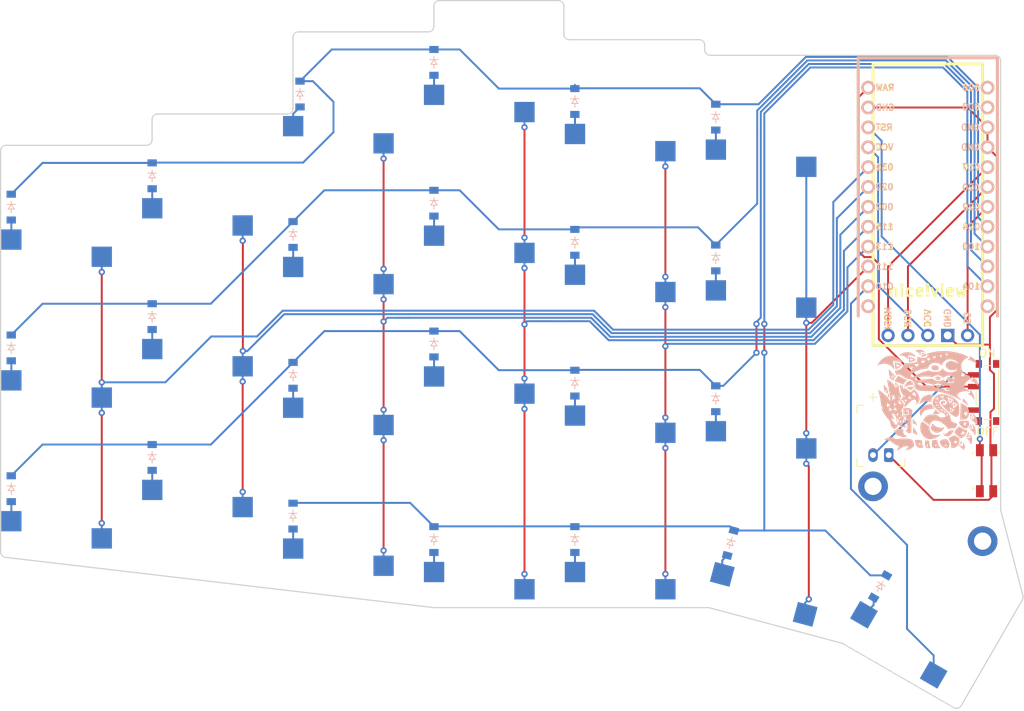
<source format=kicad_pcb>
(kicad_pcb (version 20240108) (generator "pcbnew") (generator_version "8.0")
  (title_block (title "left") (rev "v1.0.0") (company "Unknown"))
  (layers (0 "F.Cu" signal) (31 "B.Cu" signal) (34 "B.Paste" user) (35 "F.Paste" user) (36 "B.SilkS" user "B.Silkscreen") (37 "F.SilkS" user "F.Silkscreen") (38 "B.Mask" user) (39 "F.Mask" user) (44 "Edge.Cuts" user))
  (net 0 "")
  (net 1 "P031")
  (net 2 "outer_bottom")
  (net 3 "outer_home")
  (net 4 "outer_top")
  (net 5 "P029")
  (net 6 "pinky_bottom")
  (net 7 "pinky_home")
  (net 8 "pinky_top")
  (net 9 "P002")
  (net 10 "ring_bonus")
  (net 11 "ring_bottom")
  (net 12 "ring_home")
  (net 13 "ring_top")
  (net 14 "P115")
  (net 15 "middle_bottom")
  (net 16 "middle_home")
  (net 17 "middle_top")
  (net 18 "P113")
  (net 19 "index_bottom")
  (net 20 "index_home")
  (net 21 "index_top")
  (net 22 "P111")
  (net 23 "inner_bottom")
  (net 24 "inner_home")
  (net 25 "inner_top")
  (net 26 "inner_thumb")
  (net 27 "close_thumb")
  (net 28 "home_thumb")
  (net 29 "P010")
  (net 30 "outer_thumb")
  (net 31 "P011")
  (net 32 "P100")
  (net 33 "P024")
  (net 34 "P104")
  (net 35 "RAW")
  (net 36 "GND")
  (net 37 "RST")
  (net 38 "VCC")
  (net 39 "P009")
  (net 40 "P006")
  (net 41 "P008")
  (net 42 "P017")
  (net 43 "P020")
  (net 44 "P022")
  (net 45 "P106")
  (net 46 "BAT_P")
  (footprint "ceoloide:mounting_hole_plated" (layer "F.Cu") (at 285.8 178.3)
    (property "Reference" "H2" (hide yes))
    (property "Value" "")
  )
  (footprint "PG1350" (layer "F.Cu") (at 260 160.5 180)
    (property "Reference" "S17" (hide yes))
    (property "Value" "" (hide yes))
  )
  (footprint "ceoloide:mounting_hole_plated" (layer "F.Cu") (at 271.8 171.3)
    (property "Reference" "H1" (hide yes))
    (property "Value" "")
  )
  (footprint "PG1350" (layer "F.Cu") (at 188 150 180)
    (property "Reference" "S5" (hide yes))
    (property "Value" "" (hide yes))
  )
  (footprint "ceoloide:reset_switch_smd_side" (layer "F.Cu") (at 286.3 169.3 -90)
    (property "Reference" "RST1" (hide yes))
    (property "Value" "")
  )
  (footprint "PG1350" (layer "F.Cu") (at 188 132 180)
    (property "Reference" "S6" (hide yes))
    (property "Value" "" (hide yes))
  )
  (footprint "PG1350" (layer "F.Cu") (at 170 154 180)
    (property "Reference" "S2" (hide yes))
    (property "Value" "" (hide yes))
  )
  (footprint "PG1350" (layer "F.Cu") (at 242 122.5 180)
    (property "Reference" "S16" (hide yes))
    (property "Value" "" (hide yes))
  )
  (footprint "lib:niceView_headers" (layer "F.Cu") (at 278.8 153.3 90)
    (property "Reference" "niceView1" (hide yes))
    (property "Value" "niceView" (hide yes))
  )
  (footprint "PG1350" (layer "F.Cu") (at 206 175.5 180)
    (property "Reference" "S7" (hide yes))
    (property "Value" "" (hide yes))
  )
  (footprint "PG1350" (layer "F.Cu") (at 224 117.5 180)
    (property "Reference" "S13" (hide yes))
    (property "Value" "" (hide yes))
  )
  (footprint "PG1350" (layer "F.Cu") (at 242 140.5 180)
    (property "Reference" "S15" (hide yes))
    (property "Value" "" (hide yes))
  )
  (footprint "ceoloide:mounting_hole_npth" (layer "F.Cu") (at 251 133.5)
    (property "Reference" "MH1" (hide yes))
    (property "Value" "")
  )
  (footprint "PG1350" (layer "F.Cu") (at 224 135.5 180)
    (property "Reference" "S12" (hide yes))
    (property "Value" "" (hide yes))
  )
  (footprint "nice_nano" (layer "F.Cu") (at 278.8 134.3 -90)
    (property "Reference" "MCU1" (hide yes))
    (property "Value" "")
  )
  (footprint "PG1350" (layer "F.Cu") (at 242 178.5 180)
    (property "Reference" "S21" (hide yes))
    (property "Value" "" (hide yes))
  )
  (footprint "PG1350" (layer "F.Cu") (at 206 139.5 180)
    (property "Reference" "S9" (hide yes))
    (property "Value" "" (hide yes))
  )
  (footprint "PG1350" (layer "F.Cu") (at 206 121.5 180)
    (property "Reference" "S10" (hide yes))
    (property "Value" "" (hide yes))
  )
  (footprint "ceoloide:battery_connector_jst_ph_2" (layer "F.Cu") (at 272.8 167.3 180)
    (property "Reference" "JST1" (hide yes))
    (property "Value" "")
  )
  (footprint "PG1350" (layer "F.Cu") (at 260 124.5 180)
    (property "Reference" "S19" (hide yes))
    (property "Value" "" (hide yes))
  )
  (footprint "PG1350" (layer "F.Cu") (at 261.505066 181.067891 165)
    (property "Reference" "S22" (hide yes))
    (property "Value" "" (hide yes))
  )
  (footprint "ceoloide:power_switch_smd_side" (layer "F.Cu") (at 286.4 159.3)
    (property "Reference" "PWR1" (hide yes))
    (property "Value" "")
  )
  (footprint "PG1350" (layer "F.Cu") (at 170 172 180)
    (property "Reference" "S1" (hide yes))
    (property "Value" "" (hide yes))
  )
  (footprint "ceoloide:mounting_hole_npth" (layer "F.Cu") (at 272.630928 179.907463 -30)
    (property "Reference" "MH5" (hide yes))
    (property "Value" "")
  )
  (footprint "PG1350" (layer "F.Cu") (at 170 136 180)
    (property "Reference" "S3" (hide yes))
    (property "Value" "" (hide yes))
  )
  (footprint "ceoloide:mounting_hole_npth" (layer "F.Cu") (at 179 163)
    (property "Reference" "MH3" (hide yes))
    (property "Value" "")
  )
  (footprint "ceoloide:mounting_hole_npth" (layer "F.Cu") (at 251 169.5)
    (property "Reference" "MH4" (hide yes))
    (property "Value" "")
  )
  (footprint "PG1350" (layer "F.Cu") (at 279.680894 188.596565 150)
    (property "Reference" "S23" (hide yes))
    (property "Value" "" (hide yes))
  )
  (footprint "ceoloide:mounting_hole_npth" (layer "F.Cu") (at 179 145)
    (property "Reference" "MH2" (hide yes))
    (property "Value" "")
  )
  (footprint "PG1350" (layer "F.Cu") (at 242 158.5 180)
    (property "Reference" "S14" (hide yes))
    (property "Value" "" (hide yes))
  )
  (footprint "PG1350" (layer "F.Cu") (at 224 153.5 180)
    (property "Reference" "S11" (hide yes))
    (property "Value" "" (hide yes))
  )
  (footprint "PG1350" (layer "F.Cu") (at 260 142.5 180)
    (property "Reference" "S18" (hide yes))
    (property "Value" "" (hide yes))
  )
  (footprint "PG1350" (layer "F.Cu") (at 188 168 180)
    (property "Reference" "S4" (hide yes))
    (property "Value" "" (hide yes))
  )
  (footprint "PG1350" (layer "F.Cu") (at 224 178.5 180)
    (property "Reference" "S20" (hide yes))
    (property "Value" "" (hide yes))
  )
  (footprint "PG1350" (layer "F.Cu") (at 206 157.5 180)
    (property "Reference" "S8" (hide yes))
    (property "Value" "" (hide yes))
  )
  (footprint "ceoloide:diode_tht_sod123" (layer "B.Cu") (at 179.71 131.6 -90)
    (property "Reference" "D6" (hide yes))
    (property "Value" "")
  )
  (footprint "ceoloide:diode_tht_sod123" (layer "B.Cu") (at 197.71 139.1 -90)
    (property "Reference" "D9" (hide yes))
    (property "Value" "")
  )
  (footprint "ceoloide:diode_tht_sod123" (layer "B.Cu") (at 251.71 142.1 -90)
    (property "Reference" "D17" (hide yes))
    (property "Value" "")
  )
  (footprint "ceoloide:diode_tht_sod123" (layer "B.Cu") (at 272.701543 184.105155 -120)
    (property "Reference" "D22" (hide yes))
    (property "Value" "")
  )
  (footprint "ceoloide:diode_tht_sod123" (layer "B.Cu") (at 215.71 117.1 -90)
    (property "Reference" "D12" (hide yes))
    (property "Value" "")
  )
  (footprint "ceoloide:diode_tht_sod123" (layer "B.Cu") (at 233.71 178.1 -90)
    (property "Reference" "D20" (hide yes))
    (property "Value" "")
  )
  (footprint "ceoloide:diode_tht_sod123" (layer "B.Cu") (at 197.71 157.1 -90)
    (property "Reference" "D8" (hide yes))
    (property "Value" "")
  )
  (footprint "ceoloide:diode_tht_sod123" (layer "B.Cu") (at 215.71 178.1 -90)
    (property "Reference" "D19" (hide yes))
    (property "Value" "")
  )
  (footprint "ceoloide:diode_tht_sod123" (layer "B.Cu") (at 161.71 171.6 -90)
    (property "Reference" "D1" (hide yes))
    (property "Value" "")
  )
  (footprint "ceoloide:diode_tht_sod123" (layer "B.Cu") (at 197.71 175.1 -90)
    (property "Reference" "D7" (hide yes))
    (property "Value" "")
  )
  (footprint "ceoloide:diode_tht_sod123" (layer "B.Cu") (at 251.71 160.1 -90)
    (property "Reference" "D16" (hide yes))
    (property "Value" "")
  )
  (footprint "ceoloide:diode_tht_sod123" (layer "B.Cu") (at 161.71 135.6 -90)
    (property "Reference" "D3" (hide yes))
    (property "Value" "")
  )
  (footprint "ceoloide:diode_tht_sod123" (layer "B.Cu") (at 233.71 158.1 -90)
    (property "Reference" "D13" (hide yes))
    (property "Value" "")
  )
  (footprint "ceoloide:diode_tht_sod123" (layer "B.Cu") (at 233.71 140.1 -90)
    (property "Reference" "D14" (hide yes))
    (property "Value" "")
  )
  (footprint "ceoloide:diode_tht_sod123" (layer "B.Cu") (at 215.71 135.1 -90)
    (property "Reference" "D11" (hide yes))
    (property "Value" "")
  )
  (footprint "ceoloide:diode_tht_sod123" (layer "B.Cu") (at 253.601068 178.53591 -105)
    (property "Reference" "D21" (hide yes))
    (property "Value" "")
  )
  (footprint "ceoloide:diode_tht_sod123" (layer "B.Cu") (at 179.71 167.6 -90)
    (property "Reference" "D4" (hide yes))
    (property "Value" "")
  )
  (footprint "ceoloide:diode_tht_sod123" (layer "B.Cu") (at 215.71 153.1 -90)
    (property "Reference" "D10" (hide yes))
    (property "Value" "")
  )
  (footprint "ceoloide:diode_tht_sod123" (layer "B.Cu") (at 198.6 121.15 -90)
    (property "Reference" "D23" (hide yes))
    (property "Value" "")
  )
  (footprint "ceoloide:diode_tht_sod123" (layer "B.Cu") (at 233.71 122.1 -90)
    (property "Reference" "D15" (hide yes))
    (property "Value" "")
  )
  (footprint "ceoloide:diode_tht_sod123" (layer "B.Cu") (at 251.71 124.1 -90)
    (property "Reference" "D18" (hide yes))
    (property "Value" "")
  )
  (footprint "ceoloide:diode_tht_sod123" (layer "B.Cu") (at 161.71 153.6 -90)
    (property "Reference" "D2" (hide yes))
    (property "Value" "")
  )
  (footprint "custom:lio" (layer "B.Cu") (at 278.8 160.3)
    (property "Reference" "G" (hide yes))
    (property "Value" "Lio" (hide yes))
  )
  (footprint "ceoloide:diode_tht_sod123" (layer "B.Cu") (at 179.71 149.6 -90)
    (property "Reference" "D5" (hide yes))
    (property "Value" "")
  )
  (gr_line (start 160.35 179.677394) (end 160.35 128.4) (stroke (width 0.15)) (layer "Edge.Cuts"))
  (gr_line (start 179.7 127) (end 179.7 124.4) (stroke (width 0.15)) (layer "Edge.Cuts"))
  (gr_arc (start 179.7 124.4) (mid 179.905025 123.905025) (end 180.4 123.7) (stroke (width 0.15)) (layer "Edge.Cuts"))
  (gr_arc (start 215.7 109.9) (mid 215.905025 109.405025) (end 216.4 109.2) (stroke (width 0.15)) (layer "Edge.Cuts"))
  (gr_arc (start 251 116.2) (mid 250.505025 115.994975) (end 250.3 115.5) (stroke (width 0.15)) (layer "Edge.Cuts"))
  (gr_arc (start 215.7 112.5) (mid 215.494975 112.994975) (end 215 113.2) (stroke (width 0.15)) (layer "Edge.Cuts"))
  (gr_line (start 215.659319 186.795223) (end 160.968357 180.372616) (stroke (width 0.15)) (layer "Edge.Cuts"))
  (gr_line (start 180.4 123.7) (end 197 123.7) (stroke (width 0.15)) (layer "Edge.Cuts"))
  (gr_line (start 233 114.2) (end 249.6 114.2) (stroke (width 0.15)) (layer "Edge.Cuts"))
  (gr_line (start 232.3 109.9) (end 232.3 113.5) (stroke (width 0.15)) (layer "Edge.Cuts"))
  (gr_arc (start 267.792146 191.345306) (mid 267.878852 191.374733) (end 267.960976 191.415226) (stroke (width 0.15)) (layer "Edge.Cuts"))
  (gr_line (start 251 116.2) (end 287.4 116.2) (stroke (width 0.15)) (layer "Edge.Cuts"))
  (gr_arc (start 231.6 109.2) (mid 232.094975 109.405025) (end 232.3 109.9) (stroke (width 0.15)) (layer "Edge.Cuts"))
  (gr_line (start 198.4 113.2) (end 215 113.2) (stroke (width 0.15)) (layer "Edge.Cuts"))
  (gr_line (start 288.1 116.9) (end 288.1 174.210734) (stroke (width 0.15)) (layer "Edge.Cuts"))
  (gr_arc (start 160.35 128.4) (mid 160.555025 127.905025) (end 161.05 127.7) (stroke (width 0.15)) (layer "Edge.Cuts"))
  (gr_line (start 197.7 123) (end 197.7 113.9) (stroke (width 0.15)) (layer "Edge.Cuts"))
  (gr_line (start 250.3 114.9) (end 250.3 115.5) (stroke (width 0.15)) (layer "Edge.Cuts"))
  (gr_line (start 216.4 109.2) (end 231.6 109.2) (stroke (width 0.15)) (layer "Edge.Cuts"))
  (gr_arc (start 249.6 114.2) (mid 250.094975 114.405025) (end 250.3 114.9) (stroke (width 0.15)) (layer "Edge.Cuts"))
  (gr_arc (start 250.732864 186.8) (mid 250.824213 186.805986) (end 250.913999 186.823842) (stroke (width 0.15)) (layer "Edge.Cuts"))
  (gr_arc (start 290.946972 185.281104) (mid 290.963009 185.550965) (end 290.875592 185.806778) (stroke (width 0.15)) (layer "Edge.Cuts"))
  (gr_line (start 250.732863 186.8) (end 215.740962 186.8) (stroke (width 0.15)) (layer "Edge.Cuts"))
  (gr_line (start 288.122403 174.386409) (end 290.946972 185.281103) (stroke (width 0.15)) (layer "Edge.Cuts"))
  (gr_line (start 267.792146 191.345306) (end 250.913998 186.823842) (stroke (width 0.15)) (layer "Edge.Cuts"))
  (gr_arc (start 287.4 116.2) (mid 287.894975 116.405025) (end 288.1 116.9) (stroke (width 0.15)) (layer "Edge.Cuts"))
  (gr_arc (start 179.7 127) (mid 179.494975 127.494975) (end 179 127.7) (stroke (width 0.15)) (layer "Edge.Cuts"))
  (gr_arc (start 197.7 123) (mid 197.494975 123.494975) (end 197 123.7) (stroke (width 0.15)) (layer "Edge.Cuts"))
  (gr_line (start 290.875592 185.806778) (end 283.068884 199.328393) (stroke (width 0.15)) (layer "Edge.Cuts"))
  (gr_arc (start 160.968357 180.372617) (mid 160.526956 180.142609) (end 160.35 179.677394) (stroke (width 0.15)) (layer "Edge.Cuts"))
  (gr_line (start 215.7 112.5) (end 215.7 109.9) (stroke (width 0.15)) (layer "Edge.Cuts"))
  (gr_arc (start 197.7 113.9) (mid 197.905025 113.405025) (end 198.4 113.2) (stroke (width 0.15)) (layer "Edge.Cuts"))
  (gr_line (start 282.112702 199.584631) (end 267.960976 191.415227) (stroke (width 0.15)) (layer "Edge.Cuts"))
  (gr_arc (start 288.122402 174.386409) (mid 288.105623 174.299283) (end 288.1 174.210734) (stroke (width 0.15)) (layer "Edge.Cuts"))
  (gr_arc (start 283.068885 199.328392) (mid 282.64386 199.654536) (end 282.112702 199.584632) (stroke (width 0.15)) (layer "Edge.Cuts"))
  (gr_arc (start 215.740962 186.8) (mid 215.700071 186.798805) (end 215.659319 186.795223) (stroke (width 0.15)) (layer "Edge.Cuts"))
  (gr_line (start 161.05 127.7) (end 179 127.7) (stroke (width 0.15)) (layer "Edge.Cuts"))
  (gr_arc (start 233 114.2) (mid 232.505025 113.994975) (end 232.3 113.5) (stroke (width 0.15)) (layer "Edge.Cuts"))
  (segment (start 173.275 176) (end 173.275 161.9) (width 0.25) (layer "F.Cu") (net 1))
  (segment (start 173.275 143.9) (end 173.275 158) (width 0.25) (layer "F.Cu") (net 1))
  (via (at 173.275 143.9) (size 0.8) (drill 0.4) (layers "F.Cu" "B.Cu") (net 1))
  (via (at 173.275 176) (size 0.8) (drill 0.4) (layers "F.Cu" "B.Cu") (net 1))
  (via (at 173.275 161.9) (size 0.8) (drill 0.4) (layers "F.Cu" "B.Cu") (net 1))
  (via (at 173.275 158) (size 0.8) (drill 0.4) (layers "F.Cu" "B.Cu") (net 1))
  (segment (start 187.262475 152.139175) (end 181.40165 158) (width 0.25) (layer "B.Cu") (net 1))
  (segment (start 271.18 130.49) (end 266.7259 134.9441) (width 0.25) (layer "B.Cu") (net 1))
  (segment (start 173.275 177.95) (end 173.275 176) (width 0.25) (layer "B.Cu") (net 1))
  (segment (start 238.585 151.265) (end 236.16 148.84) (width 0.25) (layer "B.Cu") (net 1))
  (segment (start 173.275 141.95) (end 173.275 143.9) (width 0.25) (layer "B.Cu") (net 1))
  (segment (start 173.275 159.95) (end 173.275 158) (width 0.25) (layer "B.Cu") (net 1))
  (segment (start 266.7259 148.0941) (end 263.555 151.265) (width 0.25) (layer "B.Cu") (net 1))
  (segment (start 236.16 148.84) (end 196.393684 148.84) (width 0.25) (layer "B.Cu") (net 1))
  (segment (start 196.393684 148.84) (end 193.094509 152.139175) (width 0.25) (layer "B.Cu") (net 1))
  (segment (start 173.275 159.95) (end 173.275 161.9) (width 0.25) (layer "B.Cu") (net 1))
  (segment (start 193.094509 152.139175) (end 187.262475 152.139175) (width 0.25) (layer "B.Cu") (net 1))
  (segment (start 266.7259 134.9441) (end 266.7259 148.0941) (width 0.25) (layer "B.Cu") (net 1))
  (segment (start 181.40165 158) (end 173.275 158) (width 0.25) (layer "B.Cu") (net 1))
  (segment (start 263.555 151.265) (end 238.585 151.265) (width 0.25) (layer "B.Cu") (net 1))
  (segment (start 161.725 175.75) (end 161.725 173.265) (width 0.25) (layer "B.Cu") (net 2))
  (segment (start 161.725 173.265) (end 161.71 173.25) (width 0.25) (layer "B.Cu") (net 2))
  (segment (start 161.725 155.265) (end 161.71 155.25) (width 0.25) (layer "B.Cu") (net 3))
  (segment (start 161.725 157.75) (end 161.725 155.265) (width 0.25) (layer "B.Cu") (net 3))
  (segment (start 161.725 137.265) (end 161.71 137.25) (width 0.25) (layer "B.Cu") (net 4))
  (segment (start 161.725 139.75) (end 161.725 137.265) (width 0.25) (layer "B.Cu") (net 4))
  (segment (start 191.275 172) (end 191.275 157.9) (width 0.25) (layer "F.Cu") (net 5))
  (segment (start 191.3 139.925) (end 191.275 139.9) (width 0.25) (layer "F.Cu") (net 5))
  (segment (start 191.3 154) (end 191.3 139.925) (width 0.25) (layer "F.Cu") (net 5))
  (via (at 191.275 172) (size 0.8) (drill 0.4) (layers "F.Cu" "B.Cu") (net 5))
  (via (at 191.275 157.9) (size 0.8) (drill 0.4) (layers "F.Cu" "B.Cu") (net 5))
  (via (at 191.3 154) (size 0.8) (drill 0.4) (layers "F.Cu" "B.Cu") (net 5))
  (via (at 191.275 139.9) (size 0.8) (drill 0.4) (layers "F.Cu" "B.Cu") (net 5))
  (segment (start 238.398604 151.715) (end 235.973604 149.29) (width 0.25) (layer "B.Cu") (net 5))
  (segment (start 191.275 155.95) (end 191.275 157.9) (width 0.25) (layer "B.Cu") (net 5))
  (segment (start 271.18 133.03) (end 267.1759 137.0341) (width 0.25) (layer "B.Cu") (net 5))
  (segment (start 191.87008 154) (end 191.3 154) (width 0.25) (layer "B.Cu") (net 5))
  (segment (start 267.1759 148.280496) (end 263.741396 151.715) (width 0.25) (layer "B.Cu") (net 5))
  (segment (start 196.58008 149.29) (end 191.87008 154) (width 0.25) (layer "B.Cu") (net 5))
  (segment (start 191.275 154.025) (end 191.3 154) (width 0.25) (layer "B.Cu") (net 5))
  (segment (start 263.741396 151.715) (end 238.398604 151.715) (width 0.25) (layer "B.Cu") (net 5))
  (segment (start 235.973604 149.29) (end 196.58008 149.29) (width 0.25) (layer "B.Cu") (net 5))
  (segment (start 267.1759 137.0341) (end 267.1759 148.280496) (width 0.25) (layer "B.Cu") (net 5))
  (segment (start 191.275 155.95) (end 191.275 154.025) (width 0.25) (layer "B.Cu") (net 5))
  (segment (start 191.275 137.95) (end 191.275 139.9) (width 0.25) (layer "B.Cu") (net 5))
  (segment (start 191.275 173.95) (end 191.275 172) (width 0.25) (layer "B.Cu") (net 5))
  (segment (start 179.725 171.75) (end 179.725 169.265) (width 0.25) (layer "B.Cu") (net 6))
  (segment (start 179.725 169.265) (end 179.71 169.25) (width 0.25) (layer "B.Cu") (net 6))
  (segment (start 179.725 153.75) (end 179.725 151.265) (width 0.25) (layer "B.Cu") (net 7))
  (segment (start 179.725 151.265) (end 179.71 151.25) (width 0.25) (layer "B.Cu") (net 7))
  (segment (start 179.725 133.265) (end 179.71 133.25) (width 0.25) (layer "B.Cu") (net 8))
  (segment (start 179.725 135.75) (end 179.725 133.265) (width 0.25) (layer "B.Cu") (net 8))
  (segment (start 209.275 150.23) (end 209.275 161.5) (width 0.25) (layer "F.Cu") (net 9))
  (segment (start 209.275 165.4) (end 209.275 179.5) (width 0.25) (layer "F.Cu") (net 9))
  (segment (start 209.275 143.5) (end 209.275 129.4) (width 0.25) (layer "F.Cu") (net 9))
  (segment (start 209.275 147.4) (end 209.275 150.23) (width 0.25) (layer "F.Cu") (net 9))
  (via (at 209.275 143.5) (size 0.8) (drill 0.4) (layers "F.Cu" "B.Cu") (net 9))
  (via (at 209.275 179.5) (size 0.8) (drill 0.4) (layers "F.Cu" "B.Cu") (net 9))
  (via (at 209.275 165.4) (size 0.8) (drill 0.4) (layers "F.Cu" "B.Cu") (net 9))
  (via (at 209.275 147.4) (size 0.8) (drill 0.4) (layers "F.Cu" "B.Cu") (net 9))
  (via (at 209.275 161.5) (size 0.8) (drill 0.4) (layers "F.Cu" "B.Cu") (net 9))
  (via (at 209.275 150.23) (size 0.8) (drill 0.4) (layers "F.Cu" "B.Cu") (net 9))
  (via (at 209.275 129.4) (size 0.8) (drill 0.4) (layers "F.Cu" "B.Cu") (net 9))
  (segment (start 209.275 163.45) (end 209.275 161.5) (width 0.25) (layer "B.Cu") (net 9))
  (segment (start 267.6259 139.1241) (end 267.6259 148.466892) (width 0.25) (layer "B.Cu") (net 9))
  (segment (start 235.787208 149.74) (end 210.9 149.74) (width 0.25) (layer "B.Cu") (net 9))
  (segment (start 238.217208 152.17) (end 235.928604 149.881396) (width 0.25) (layer "B.Cu") (net 9))
  (segment (start 209.275 145.45) (end 209.275 147.4) (width 0.25) (layer "B.Cu") (net 9))
  (segment (start 209.275 145.45) (end 209.275 143.5) (width 0.25) (layer "B.Cu") (net 9))
  (segment (start 271.18 135.57) (end 267.6259 139.1241) (width 0.25) (layer "B.Cu") (net 9))
  (segment (start 267.6259 148.466892) (end 263.922792 152.17) (width 0.25) (layer "B.Cu") (net 9))
  (segment (start 263.922792 152.17) (end 257.38 152.17) (width 0.25) (layer "B.Cu") (net 9))
  (segment (start 209.275 163.45) (end 209.275 165.4) (width 0.25) (layer "B.Cu") (net 9))
  (segment (start 209.275 127.45) (end 209.275 129.4) (width 0.25) (layer "B.Cu") (net 9))
  (segment (start 235.928604 149.881396) (end 235.787208 149.74) (width 0.25) (layer "B.Cu") (net 9))
  (segment (start 209.275 150.23) (end 209.765 149.74) (width 0.25) (layer "B.Cu") (net 9))
  (segment (start 209.765 149.74) (end 212.57 149.74) (width 0.25) (layer "B.Cu") (net 9))
  (segment (start 257.38 152.17) (end 238.217208 152.17) (width 0.25) (layer "B.Cu") (net 9))
  (segment (start 209.275 181.45) (end 209.275 179.5) (width 0.25) (layer "B.Cu") (net 9))
  (segment (start 197.725 176.765) (end 197.71 176.75) (width 0.25) (layer "B.Cu") (net 10))
  (segment (start 197.725 179.25) (end 197.725 176.765) (width 0.25) (layer "B.Cu") (net 10))
  (segment (start 197.725 158.765) (end 197.71 158.75) (width 0.25) (layer "B.Cu") (net 11))
  (segment (start 197.725 161.25) (end 197.725 158.765) (width 0.25) (layer "B.Cu") (net 11))
  (segment (start 197.725 140.765) (end 197.71 140.75) (width 0.25) (layer "B.Cu") (net 12))
  (segment (start 197.725 143.25) (end 197.725 140.765) (width 0.25) (layer "B.Cu") (net 12))
  (segment (start 197.725 123.675) (end 198.6 122.8) (width 0.25) (layer "B.Cu") (net 13))
  (segment (start 197.725 125.25) (end 197.725 123.675) (width 0.25) (layer "B.Cu") (net 13))
  (segment (start 227.275 182.5) (end 227.275 161.4) (width 0.25) (layer "F.Cu") (net 14))
  (segment (start 227.275 150.6) (end 227.275 143.4) (width 0.25) (layer "F.Cu") (net 14))
  (segment (start 227.275 157.5) (end 227.275 150.6) (width 0.25) (layer "F.Cu") (net 14))
  (segment (start 227.275 139.5) (end 227.275 125.4) (width 0.25) (layer "F.Cu") (net 14))
  (via (at 227.275 161.4) (size 0.8) (drill 0.4) (layers "F.Cu" "B.Cu") (net 14))
  (via (at 227.275 150.6) (size 0.8) (drill 0.4) (layers "F.Cu" "B.Cu") (net 14))
  (via (at 227.275 182.5) (size 0.8) (drill 0.4) (layers "F.Cu" "B.Cu") (net 14))
  (via (at 227.275 157.5) (size 0.8) (drill 0.4) (layers "F.Cu" "B.Cu") (net 14))
  (via (at 227.275 143.4) (size 0.8) (drill 0.4) (layers "F.Cu" "B.Cu") (net 14))
  (via (at 227.275 125.4) (size 0.8) (drill 0.4) (layers "F.Cu" "B.Cu") (net 14))
  (via (at 227.275 139.5) (size 0.8) (drill 0.4) (layers "F.Cu" "B.Cu") (net 14))
  (segment (start 227.275 184.45) (end 227.275 182.5) (width 0.25) (layer "B.Cu") (net 14))
  (segment (start 227.275 141.45) (end 227.275 143.4) (width 0.25) (layer "B.Cu") (net 14))
  (segment (start 268.0759 148.7441) (end 264.2 152.62) (width 0.25) (layer "B.Cu") (net 14))
  (segment (start 227.275 123.45) (end 227.275 125.4) (width 0.25) (layer "B.Cu") (net 14))
  (segment (start 238.030812 152.62) (end 235.620406 150.209594) (width 0.25) (layer "B.Cu") (net 14))
  (segment (start 227.275 141.45) (end 227.275 139.5) (width 0.25) (layer "B.Cu") (net 14))
  (segment (start 227.58 150.19) (end 231.93 150.19) (width 0.25) (layer "B.Cu") (net 14))
  (segment (start 264.2 152.62) (end 257.45 152.62) (width 0.25) (layer "B.Cu") (net 14))
  (segment (start 227.275 159.45) (end 227.275 161.4) (width 0.25) (layer "B.Cu") (net 14))
  (segment (start 227.275 150.6) (end 227.275 150.495) (width 0.25) (layer "B.Cu") (net 14))
  (segment (start 227.275 159.45) (end 227.275 157.5) (width 0.25) (layer "B.Cu") (net 14))
  (segment (start 235.600812 150.19) (end 231.23 150.19) (width 0.25) (layer "B.Cu") (net 14))
  (segment (start 257.45 152.62) (end 238.030812 152.62) (width 0.25) (layer "B.Cu") (net 14))
  (segment (start 235.620406 150.209594) (end 235.600812 150.19) (width 0.25) (layer "B.Cu") (net 14))
  (segment (start 268.0759 141.2141) (end 268.0759 148.7441) (width 0.25) (layer "B.Cu") (net 14))
  (segment (start 227.275 150.495) (end 227.58 150.19) (width 0.25) (layer "B.Cu") (net 14))
  (segment (start 271.18 138.11) (end 268.0759 141.2141) (width 0.25) (layer "B.Cu") (net 14))
  (segment (start 215.725 154.765) (end 215.71 154.75) (width 0.25) (layer "B.Cu") (net 15))
  (segment (start 215.725 157.25) (end 215.725 154.765) (width 0.25) (layer "B.Cu") (net 15))
  (segment (start 215.725 136.765) (end 215.71 136.75) (width 0.25) (layer "B.Cu") (net 16))
  (segment (start 215.725 139.25) (end 215.725 136.765) (width 0.25) (layer "B.Cu") (net 16))
  (segment (start 215.725 121.25) (end 215.725 118.765) (width 0.25) (layer "B.Cu") (net 17))
  (segment (start 215.725 118.765) (end 215.71 118.75) (width 0.25) (layer "B.Cu") (net 17))
  (segment (start 245.275 166.4) (end 245.275 182.5) (width 0.25) (layer "F.Cu") (net 18))
  (segment (start 245.275 148.4) (end 245.275 153.38) (width 0.25) (layer "F.Cu") (net 18))
  (segment (start 245.275 130.4) (end 245.275 144.5) (width 0.25) (layer "F.Cu") (net 18))
  (segment (start 245.275 153.38) (end 245.275 162.5) (width 0.25) (layer "F.Cu") (net 18))
  (via (at 245.275 144.5) (size 0.8) (drill 0.4) (layers "F.Cu" "B.Cu") (net 18))
  (via (at 245.275 153.38) (size 0.8) (drill 0.4) (layers "F.Cu" "B.Cu") (net 18))
  (via (at 245.275 182.5) (size 0.8) (drill 0.4) (layers "F.Cu" "B.Cu") (net 18))
  (via (at 245.275 148.4) (size 0.8) (drill 0.4) (layers "F.Cu" "B.Cu") (net 18))
  (via (at 245.275 166.4) (size 0.8) (drill 0.4) (layers "F.Cu" "B.Cu") (net 18))
  (via (at 245.275 130.4) (size 0.8) (drill 0.4) (layers "F.Cu" "B.Cu") (net 18))
  (via (at 245.275 162.5) (size 0.8) (drill 0.4) (layers "F.Cu" "B.Cu") (net 18))
  (segment (start 268.5259 148.930496) (end 268.5259 143.3041) (width 0.25) (layer "B.Cu") (net 18))
  (segment (start 245.275 128.45) (end 245.275 130.4) (width 0.25) (layer "B.Cu") (net 18))
  (segment (start 268.5259 143.3041) (end 271.18 140.65) (width 0.25) (layer "B.Cu") (net 18))
  (segment (start 245.585 153.07) (end 264.386396 153.07) (width 0.25) (layer "B.Cu") (net 18))
  (segment (start 245.275 153.38) (end 245.585 153.07) (width 0.25) (layer "B.Cu") (net 18))
  (segment (start 245.275 184.45) (end 245.275 182.5) (width 0.25) (layer "B.Cu") (net 18))
  (segment (start 245.275 164.45) (end 245.275 162.5) (width 0.25) (layer "B.Cu") (net 18))
  (segment (start 264.386396 153.07) (end 268.5259 148.930496) (width 0.25) (layer "B.Cu") (net 18))
  (segment (start 245.275 146.45) (end 245.275 148.4) (width 0.25) (layer "B.Cu") (net 18))
  (segment (start 245.275 164.45) (end 245.275 166.4) (width 0.25) (layer "B.Cu") (net 18))
  (segment (start 245.275 146.45) (end 245.275 144.5) (width 0.25) (layer "B.Cu") (net 18))
  (segment (start 233.725 159.765) (end 233.71 159.75) (width 0.25) (layer "B.Cu") (net 19))
  (segment (start 233.725 162.25) (end 233.725 159.765) (width 0.25) (layer "B.Cu") (net 19))
  (segment (start 233.725 141.765) (end 233.71 141.75) (width 0.25) (layer "B.Cu") (net 20))
  (segment (start 233.725 144.25) (end 233.725 141.765) (width 0.25) (layer "B.Cu") (net 20))
  (segment (start 233.725 126.25) (end 233.725 123.765) (width 0.25) (layer "B.Cu") (net 21))
  (segment (start 233.725 123.765) (end 233.71 123.75) (width 0.25) (layer "B.Cu") (net 21))
  (segment (start 271.18 143.19) (end 263.97 150.4) (width 0.25) (layer "F.Cu") (net 22))
  (segment (start 263.275 164.5) (end 263.275 150.4) (width 0.25) (layer "F.Cu") (net 22))
  (segment (start 263.594566 168.719566) (end 263.275 168.4) (width 0.25) (layer "F.Cu") (net 22))
  (segment (start 263.97 150.4) (end 263.275 150.4) (width 0.25) (layer "F.Cu") (net 22))
  (segment (start 263.594566 185.725) (end 263.594566 168.719566) (width 0.25) (layer "F.Cu") (net 22))
  (via (at 263.594566 185.725) (size 0.8) (drill 0.4) (layers "F.Cu" "B.Cu") (net 22))
  (via (at 263.275 164.5) (size 0.8) (drill 0.4) (layers "F.Cu" "B.Cu") (net 22))
  (via (at 263.275 150.4) (size 0.8) (drill 0.4) (layers "F.Cu" "B.Cu") (net 22))
  (via (at 263.275 168.4) (size 0.8) (drill 0.4) (layers "F.Cu" "B.Cu") (net 22))
  (segment (start 263.275 148.45) (end 263.275 130.45) (width 0.25) (layer "B.Cu") (net 22))
  (segment (start 263.275 166.45) (end 263.275 168.4) (width 0.25) (layer "B.Cu") (net 22))
  (segment (start 263.1285 186.191066) (end 263.594566 185.725) (width 0.25) (layer "B.Cu") (net 22))
  (segment (start 263.275 148.45) (end 263.275 150.4) (width 0.25) (layer "B.Cu") (net 22))
  (segment (start 263.1285 187.662782) (end 263.1285 186.191066) (width 0.25) (layer "B.Cu") (net 22))
  (segment (start 263.275 166.45) (end 263.275 164.5) (width 0.25) (layer "B.Cu") (net 22))
  (segment (start 251.725 164.25) (end 251.725 161.765) (width 0.25) (layer "B.Cu") (net 23))
  (segment (start 251.725 161.765) (end 251.71 161.75) (width 0.25) (layer "B.Cu") (net 23))
  (segment (start 251.725 146.25) (end 251.725 143.765) (width 0.25) (layer "B.Cu") (net 24))
  (segment (start 251.725 143.765) (end 251.71 143.75) (width 0.25) (layer "B.Cu") (net 24))
  (segment (start 251.725 125.765) (end 251.71 125.75) (width 0.25) (layer "B.Cu") (net 25))
  (segment (start 251.725 128.25) (end 251.725 125.765) (width 0.25) (layer "B.Cu") (net 25))
  (segment (start 215.725 179.765) (end 215.71 179.75) (width 0.25) (layer "B.Cu") (net 26))
  (segment (start 215.725 182.25) (end 215.725 179.765) (width 0.25) (layer "B.Cu") (net 26))
  (segment (start 233.725 179.765) (end 233.71 179.75) (width 0.25) (layer "B.Cu") (net 27))
  (segment (start 233.725 182.25) (end 233.725 179.765) (width 0.25) (layer "B.Cu") (net 27))
  (segment (start 252.541458 180.762247) (end 253.174017 180.129688) (width 0.25) (layer "B.Cu") (net 28))
  (segment (start 252.541458 182.548385) (end 252.541458 180.762247) (width 0.25) (layer "B.Cu") (net 28))
  (segment (start 279.542127 195.386916) (end 279.542127 192.912127) (width 0.25) (layer "B.Cu") (net 29))
  (segment (start 268.9759 171.622526) (end 276.143654 178.79028) (width 0.25) (layer "B.Cu") (net 29))
  (segment (start 268.9759 171.622526) (end 268.9759 147.9341) (width 0.25) (layer "B.Cu") (net 29))
  (segment (start 268.9759 147.9341) (end 271.18 145.73) (width 0.25) (layer "B.Cu") (net 29))
  (segment (start 276.143654 189.513654) (end 276.143654 178.79028) (width 0.25) (layer "B.Cu") (net 29))
  (segment (start 279.542127 192.912127) (end 276.143654 189.513654) (width 0.25) (layer "B.Cu") (net 29))
  (segment (start 270.639534 187.70666) (end 271.876543 186.469651) (width 0.25) (layer "B.Cu") (net 30))
  (segment (start 271.876543 186.469651) (end 271.876543 185.534097) (width 0.25) (layer "B.Cu") (net 30))
  (segment (start 256.909997 150.54) (end 256.909997 154.209592) (width 0.25) (layer "F.Cu") (net 31))
  (segment (start 256.909997 154.209592) (end 256.910405 154.21) (width 0.25) (layer "F.Cu") (net 31))
  (via (at 256.910405 154.21) (size 0.8) (drill 0.4) (layers "F.Cu" "B.Cu") (net 31))
  (via (at 256.909997 150.54) (size 0.8) (drill 0.4) (layers "F.Cu" "B.Cu") (net 31))
  (segment (start 233.71 156.45) (end 223.995001 156.45) (width 0.25) (layer "B.Cu") (net 31))
  (segment (start 280.925908 117.3) (end 284.31 120.684092) (width 0.25) (layer "B.Cu") (net 31))
  (segment (start 165.71 165.95) (end 179.71 165.95) (width 0.25) (layer "B.Cu") (net 31))
  (segment (start 263.6 117.3) (end 280.925908 117.3) (width 0.25) (layer "B.Cu") (net 31))
  (segment (start 249.6705 156.4105) (end 251.71 158.45) (width 0.25) (layer "B.Cu") (net 31))
  (segment (start 161.71 169.95) (end 165.71 165.95) (width 0.25) (layer "B.Cu") (net 31))
  (segment (start 284.31 141.08) (end 286.42 143.19) (width 0.25) (layer "B.Cu") (net 31))
  (segment (start 256.910405 154.21) (end 252.670405 158.45) (width 0.25) (layer "B.Cu") (net 31))
  (segment (start 179.71 165.95) (end 187.21 165.95) (width 0.25) (layer "B.Cu") (net 31))
  (segment (start 223.995001 156.45) (end 218.995001 151.45) (width 0.25) (layer "B.Cu") (net 31))
  (segment (start 218.995001 151.45) (end 215.71 151.45) (width 0.25) (layer "B.Cu") (net 31))
  (segment (start 284.31 120.684092) (end 284.31 141.08) (width 0.25) (layer "B.Cu") (net 31))
  (segment (start 257.46 149.72) (end 257.46 123.44) (width 0.25) (layer "B.Cu") (net 31))
  (segment (start 187.21 165.95) (end 197.71 155.45) (width 0.25) (layer "B.Cu") (net 31))
  (segment (start 252.670405 158.45) (end 251.71 158.45) (width 0.25) (layer "B.Cu") (net 31))
  (segment (start 233.7495 156.4105) (end 249.6705 156.4105) (width 0.25) (layer "B.Cu") (net 31))
  (segment (start 197.71 155.45) (end 201.71 151.45) (width 0.25) (layer "B.Cu") (net 31))
  (segment (start 256.909997 150.270003) (end 257.46 149.72) (width 0.25) (layer "B.Cu") (net 31))
  (segment (start 233.71 156.45) (end 233.7495 156.4105) (width 0.25) (layer "B.Cu") (net 31))
  (segment (start 257.46 123.44) (end 263.6 117.3) (width 0.25) (layer "B.Cu") (net 31))
  (segment (start 256.909997 150.54) (end 256.909997 150.270003) (width 0.25) (layer "B.Cu") (net 31))
  (segment (start 201.71 151.45) (end 215.71 151.45) (width 0.25) (layer "B.Cu") (net 31))
  (segment (start 233.97 138.19) (end 233.71 138.45) (width 0.25) (layer "B.Cu") (net 32))
  (segment (start 251.71 140.45) (end 257.01 135.15) (width 0.25) (layer "B.Cu") (net 32))
  (segment (start 281.112304 116.85) (end 263.413604 116.85) (width 0.25) (layer "B.Cu") (net 32))
  (segment (start 201.71 133.45) (end 197.71 137.45) (width 0.25) (layer "B.Cu") (net 32))
  (segment (start 165.71 147.95) (end 161.71 151.95) (width 0.25) (layer "B.Cu") (net 32))
  (segment (start 286.42 140.65) (end 284.7687 138.9987) (width 0.25) (layer "B.Cu") (net 32))
  (segment (start 257.01 126.24) (end 257.01 123.253604) (width 0.25) (layer "B.Cu") (net 32))
  (segment (start 251.71 140.45) (end 249.45 138.19) (width 0.25) (layer "B.Cu") (net 32))
  (segment (start 263.413604 116.85) (end 265.31 116.85) (width 0.25) (layer "B.Cu") (net 32))
  (segment (start 257.01 135.15) (end 257.01 126.24) (width 0.25) (layer "B.Cu") (net 32))
  (segment (start 233.71 138.45) (end 223.995001 138.45) (width 0.25) (layer "B.Cu") (net 32))
  (segment (start 249.45 138.19) (end 233.97 138.19) (width 0.25) (layer "B.Cu") (net 32))
  (segment (start 284.7687 138.9987) (end 284.7687 120.506396) (width 0.25) (layer "B.Cu") (net 32))
  (segment (start 284.7687 120.506396) (end 281.112304 116.85) (width 0.25) (layer "B.Cu") (net 32))
  (segment (start 257.01 123.253604) (end 263.413604 116.85) (width 0.25) (layer "B.Cu") (net 32))
  (segment (start 215.71 133.45) (end 201.71 133.45) (width 0.25) (layer "B.Cu") (net 32))
  (segment (start 187.21 147.95) (end 179.71 147.95) (width 0.25) (layer "B.Cu") (net 32))
  (segment (start 197.71 137.45) (end 187.21 147.95) (width 0.25) (layer "B.Cu") (net 32))
  (segment (start 223.995001 138.45) (end 218.995001 133.45) (width 0.25) (layer "B.Cu") (net 32))
  (segment (start 218.995001 133.45) (end 215.71 133.45) (width 0.25) (layer "B.Cu") (net 32))
  (segment (start 179.71 147.95) (end 165.71 147.95) (width 0.25) (layer "B.Cu") (net 32))
  (segment (start 281.2987 116.4) (end 285.2187 120.32) (width 0.25) (layer "B.Cu") (net 33))
  (segment (start 249.6705 120.4105) (end 251.71 122.45) (width 0.25) (layer "B.Cu") (net 33))
  (segment (start 200.233684 119.5) (end 198.6 119.5) (width 0.25) (layer "B.Cu") (net 33))
  (segment (start 263.227208 116.4) (end 281.2987 116.4) (width 0.25) (layer "B.Cu") (net 33))
  (segment (start 165.71 129.95) (end 179.71 129.95) (width 0.25) (layer "B.Cu") (net 33))
  (segment (start 202.875 126.02665) (end 202.875 122.141316) (width 0.25) (layer "B.Cu") (net 33))
  (segment (start 233.71 120.45) (end 223.995001 120.45) (width 0.25) (layer "B.Cu") (net 33))
  (segment (start 285.2187 136.9087) (end 286.42 138.11) (width 0.25) (layer "B.Cu") (net 33))
  (segment (start 179.71 129.95) (end 179.7495 129.9105) (width 0.25) (layer "B.Cu") (net 33))
  (segment (start 233.71 119.976316) (end 233.71 120.45) (width 0.25) (layer "B.Cu") (net 33))
  (segment (start 215.71 115.45) (end 215.7495 115.4105) (width 0.25) (layer "B.Cu") (net 33))
  (segment (start 233.7495 120.4105) (end 249.6705 120.4105) (width 0.25) (layer "B.Cu") (net 33))
  (segment (start 198.99115 129.9105) (end 202.875 126.02665) (width 0.25) (layer "B.Cu") (net 33))
  (segment (start 202.875 122.141316) (end 200.233684 119.5) (width 0.25) (layer "B.Cu") (net 33))
  (segment (start 285.2187 120.32) (end 285.2187 136.9087) (width 0.25) (layer "B.Cu") (net 33))
  (segment (start 257.177208 122.45) (end 263.227208 116.4) (width 0.25) (layer "B.Cu") (net 33))
  (segment (start 202.65 115.45) (end 215.71 115.45) (width 0.25) (layer "B.Cu") (net 33))
  (segment (start 179.7495 129.9105) (end 198.99115 129.9105) (width 0.25) (layer "B.Cu") (net 33))
  (segment (start 233.71 120.45) (end 233.7495 120.4105) (width 0.25) (layer "B.Cu") (net 33))
  (segment (start 218.995001 115.45) (end 215.71 115.45) (width 0.25) (layer "B.Cu") (net 33))
  (segment (start 198.6 119.5) (end 202.65 115.45) (width 0.25) (layer "B.Cu") (net 33))
  (segment (start 161.71 133.95) (end 165.71 129.95) (width 0.25) (layer "B.Cu") (net 33))
  (segment (start 223.995001 120.45) (end 218.995001 115.45) (width 0.25) (layer "B.Cu") (net 33))
  (segment (start 251.71 122.45) (end 257.177208 122.45) (width 0.25) (layer "B.Cu") (net 33))
  (segment (start 257.91 154.21) (end 257.91 150.54) (width 0.25) (layer "F.Cu") (net 34))
  (via (at 257.91 154.21) (size 0.8) (drill 0.4) (layers "F.Cu" "B.Cu") (net 34))
  (via (at 257.91 150.54) (size 0.8) (drill 0.4) (layers "F.Cu" "B.Cu") (net 34))
  (segment (start 263.795001 117.75) (end 280.739512 117.75) (width 0.25) (layer "B.Cu") (net 34))
  (segment (start 257.91 176.942132) (end 254.028119 176.942132) (width 0.25) (layer "B.Cu") (net 34))
  (segment (start 215.7495 176.4105) (end 215.71 176.45) (width 0.25) (layer "B.Cu") (net 34))
  (segment (start 233.6705 176.4105) (end 215.7495 176.4105) (width 0.25) (layer "B.Cu") (net 34))
  (segment (start 273.526543 182.676213) (end 271.444377 182.676213) (width 0.25) (layer "B.Cu") (net 34))
  (segment (start 257.91 154.21) (end 257.91 176.942132) (width 0.25) (layer "B.Cu") (net 34))
  (segment (start 233.7495 176.4105) (end 233.71 176.45) (width 0.25) (layer "B.Cu") (net 34))
  (segment (start 233.71 176.45) (end 233.6705 176.4105) (width 0.25) (layer "B.Cu") (net 34))
  (segment (start 197.7495 173.4105) (end 212.6705 173.4105) (width 0.25) (layer "B.Cu") (net 34))
  (segment (start 212.6705 173.4105) (end 215.71 176.45) (width 0.25) (layer "B.Cu") (net 34))
  (segment (start 271.444377 182.676213) (end 265.710296 176.942132) (width 0.25) (layer "B.Cu") (net 34))
  (segment (start 253.496487 176.4105) (end 233.7495 176.4105) (width 0.25) (layer "B.Cu") (net 34))
  (segment (start 257.91 123.635001) (end 263.795001 117.75) (width 0.25) (layer "B.Cu") (net 34))
  (segment (start 257.91 150.54) (end 257.91 123.635001) (width 0.25) (layer "B.Cu") (net 34))
  (segment (start 280.739512 117.75) (end 283.85 120.860488) (width 0.25) (layer "B.Cu") (net 34))
  (segment (start 254.028119 176.942132) (end 253.496487 176.4105) (width 0.25) (layer "B.Cu") (net 34))
  (segment (start 197.71 173.45) (end 197.7495 173.4105) (width 0.25) (layer "B.Cu") (net 34))
  (segment (start 265.710296 176.942132) (end 257.91 176.942132) (width 0.25) (layer "B.Cu") (net 34))
  (segment (start 283.85 143.16) (end 286.42 145.73) (width 0.25) (layer "B.Cu") (net 34))
  (segment (start 283.85 120.860488) (end 283.85 143.16) (width 0.25) (layer "B.Cu") (net 34))
  (segment (start 272.545 152.486701) (end 278.608299 158.55) (width 0.25) (layer "F.Cu") (net 35))
  (segment (start 270.682405 141.9887) (end 271.677595 141.9887) (width 0.25) (layer "F.Cu") (net 35))
  (segment (start 271.18 120.33) (end 269.9787 121.5313) (width 0.25) (layer "F.Cu") (net 35))
  (segment (start 271.677595 141.9887) (end 272.545 142.856105) (width 0.25) (layer "F.Cu") (net 35))
  (segment (start 269.9787 141.284995) (end 270.682405 141.9887) (width 0.25) (layer "F.Cu") (net 35))
  (segment (start 272.545 142.856105) (end 272.545 152.486701) (width 0.25) (layer "F.Cu") (net 35))
  (segment (start 278.608299 158.55) (end 284.665 158.55) (width 0.25) (layer "F.Cu") (net 35))
  (segment (start 269.9787 121.5313) (end 269.9787 141.284995) (width 0.25) (layer "F.Cu") (net 35))
  (segment (start 286.595 173.025) (end 287.15 172.47) (width 0.25) (layer "F.Cu") (net 36))
  (segment (start 281.34 152) (end 282.515 153.175) (width 0.25) (layer "F.Cu") (net 36))
  (segment (start 287.25 161.36) (end 287.25 156.925) (width 0.25) (layer "F.Cu") (net 36))
  (segment (start 271.18 122.87) (end 283.88 122.87) (width 0.25) (layer "F.Cu") (net 36))
  (segment (start 286.73 156.405) (end 286.73 153.18) (width 0.25) (layer "F.Cu") (net 36))
  (segment (start 286.42 127.95) (end 286.42 125.41) (width 0.25) (layer "F.Cu") (net 36))
  (segment (start 283.88 122.87) (end 286.42 125.41) (width 0.25) (layer "F.Cu") (net 36))
  (segment (start 287.15 166.675) (end 286.925 166.9) (width 0.25) (layer "F.Cu") (net 36))
  (segment (start 287.15 172.47) (end 287.15 171.925) (width 0.25) (layer "F.Cu") (net 36))
  (segment (start 286.725 153.175) (end 286.73 153.18) (width 0.25) (layer "F.Cu") (net 36))
  (segment (start 287.15 166.675) (end 286.8 166.325) (width 0.25) (layer "F.Cu") (net 36))
  (segment (start 279.525 173.025) (end 286.595 173.025) (width 0.25) (layer "F.Cu") (net 36))
  (segment (start 286.73 153.18) (end 286.73 149.658895) (width 0.25) (layer "F.Cu") (net 36))
  (segment (start 286.8 161.81) (end 287.25 161.36) (width 0.25) (layer "F.Cu") (net 36))
  (segment (start 273.8 167.3) (end 279.525 173.025) (width 0.25) (layer "F.Cu") (net 36))
  (segment (start 287.6213 148.767595) (end 287.6213 129.1513) (width 0.25) (layer "F.Cu") (net 36))
  (segment (start 286.925 166.9) (end 286.925 171.7) (width 0.25) (layer "F.Cu") (net 36))
  (segment (start 287.25 156.925) (end 286.73 156.405) (width 0.25) (layer "F.Cu") (net 36))
  (segment (start 282.515 153.175) (end 286.725 153.175) (width 0.25) (layer "F.Cu") (net 36))
  (segment (start 286.925 171.7) (end 287.15 171.925) (width 0.25) (layer "F.Cu") (net 36))
  (segment (start 287.6213 129.1513) (end 286.42 127.95) (width 0.25) (layer "F.Cu") (net 36))
  (segment (start 286.73 149.658895) (end 287.6213 148.767595) (width 0.25) (layer "F.Cu") (net 36))
  (segment (start 286.8 166.325) (end 286.8 161.81) (width 0.25) (layer "F.Cu") (net 36))
  (segment (start 285.675 166.9) (end 285.675 171.7) (width 0.25) (layer "F.Cu") (net 37))
  (segment (start 285.675 171.7) (end 285.45 171.925) (width 0.25) (layer "F.Cu") (net 37))
  (segment (start 285.45 166.675) (end 285.45 165.24) (width 0.25) (layer "F.Cu") (net 37))
  (segment (start 285.45 166.675) (end 285.675 166.9) (width 0.25) (layer "F.Cu") (net 37))
  (via (at 285.45 165.24) (size 0.8) (drill 0.4) (layers "F.Cu" "B.Cu") (net 37))
  (segment (start 272.9 127.13) (end 271.18 125.41) (width 0.25) (layer "B.Cu") (net 37))
  (segment (start 285.45 151.908299) (end 272.9 139.358299) (width 0.25) (layer "B.Cu") (net 37))
  (segment (start 285.45 165.24) (end 285.45 151.908299) (width 0.25) (layer "B.Cu") (net 37))
  (segment (start 272.9 139.358299) (end 272.9 127.13) (width 0.25) (layer "B.Cu") (net 37))
  (segment (start 272.45 129.22) (end 271.18 127.95) (width 0.25) (layer "B.Cu") (net 38))
  (segment (start 278.8 152) (end 272.45 145.65) (width 0.25) (layer "B.Cu") (net 38))
  (segment (start 272.45 145.65) (end 272.45 129.22) (width 0.25) (layer "B.Cu") (net 38))
  (segment (start 273.72 143.19) (end 286.42 130.49) (width 0.25) (layer "F.Cu") (net 42))
  (segment (start 273.72 152) (end 273.72 143.19) (width 0.25) (layer "F.Cu") (net 42))
  (segment (start 276.26 152) (end 276.26 143.19) (width 0.25) (layer "F.Cu") (net 43))
  (segment (start 276.26 143.19) (end 286.42 133.03) (width 0.25) (layer "F.Cu") (net 43))
  (segment (start 283.88 138.11) (end 286.42 135.57) (width 0.25) (layer "F.Cu") (net 44))
  (segment (start 283.88 152) (end 283.88 138.11) (width 0.25) (layer "F.Cu") (net 44))
  (segment (start 284.665 157.05) (end 283.27 157.05) (width 0.25) (layer "F.Cu") (net 46))
  (via (at 283.27 157.05) (size 0.8) (drill 0.4) (layers "F.Cu" "B.Cu") (net 46))
  (segment (start 282.05 157.05) (end 271.8 167.3) (width 0.25) (layer "B.Cu") (net 46))
  (segment (start 283.27 157.05) (end 282.05 157.05) (width 0.25) (layer "B.Cu") (net 46))
)
</source>
